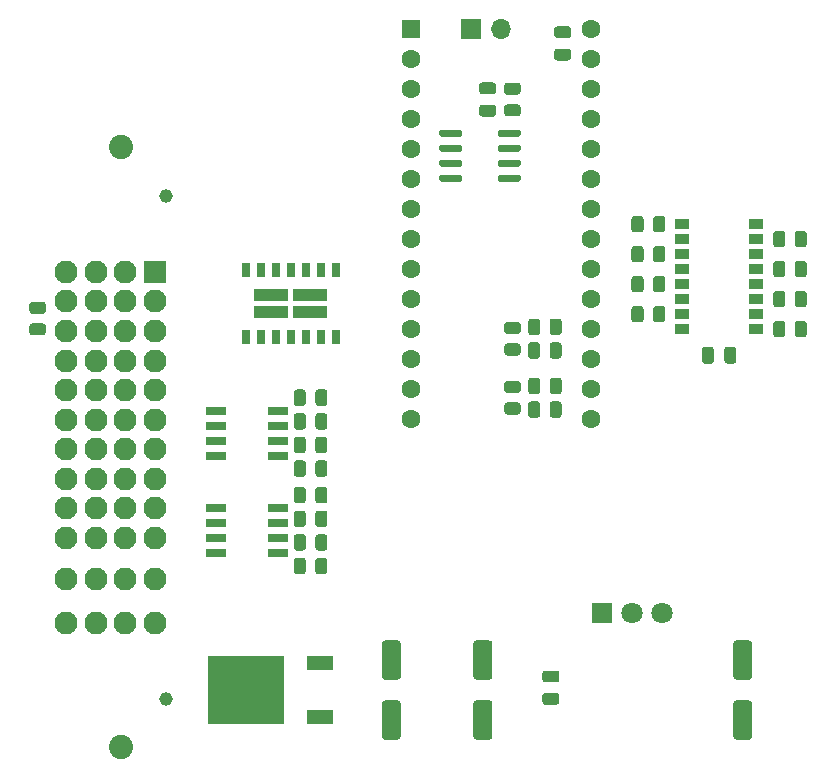
<source format=gbr>
%TF.GenerationSoftware,KiCad,Pcbnew,5.99.0+really5.1.10+dfsg1-1*%
%TF.CreationDate,2022-02-03T20:21:40+01:00*%
%TF.ProjectId,JoeMBMS_V2.0,4a6f654d-424d-4535-9f56-322e302e6b69,rev?*%
%TF.SameCoordinates,Original*%
%TF.FileFunction,Soldermask,Top*%
%TF.FilePolarity,Negative*%
%FSLAX46Y46*%
G04 Gerber Fmt 4.6, Leading zero omitted, Abs format (unit mm)*
G04 Created by KiCad (PCBNEW 5.99.0+really5.1.10+dfsg1-1) date 2022-02-03 20:21:40*
%MOMM*%
%LPD*%
G01*
G04 APERTURE LIST*
%ADD10O,1.700000X1.700000*%
%ADD11R,1.700000X1.700000*%
%ADD12R,2.900000X1.025000*%
%ADD13R,0.650000X1.310000*%
%ADD14C,2.050000*%
%ADD15C,1.150000*%
%ADD16C,1.950000*%
%ADD17R,1.950000X1.950000*%
%ADD18R,1.193800X0.812800*%
%ADD19R,1.800000X1.800000*%
%ADD20C,1.800000*%
%ADD21C,1.600000*%
%ADD22R,1.600000X1.600000*%
%ADD23R,6.400000X5.800000*%
%ADD24R,2.200000X1.200000*%
%ADD25R,1.780000X0.720000*%
G04 APERTURE END LIST*
D10*
%TO.C,REF\u002A\u002A*%
X141995000Y-54490000D03*
D11*
X139455000Y-54490000D03*
%TD*%
D12*
%TO.C,S1*%
X122600000Y-78462500D03*
D13*
X128060000Y-80595000D03*
X128060000Y-74905000D03*
X126790000Y-80595000D03*
X126790000Y-74905000D03*
X125520000Y-80595000D03*
X125520000Y-74905000D03*
X124250000Y-80595000D03*
X124250000Y-74905000D03*
X122980000Y-80595000D03*
X122980000Y-74905000D03*
X121710000Y-80595000D03*
X121710000Y-74905000D03*
X120440000Y-80595000D03*
X120440000Y-74905000D03*
D12*
X125900000Y-78462500D03*
X125900000Y-77037500D03*
X122600000Y-77037500D03*
%TD*%
D14*
%TO.C,J1*%
X109850000Y-115350000D03*
X109850000Y-64550000D03*
D15*
X113700000Y-111250000D03*
X113700000Y-68650000D03*
D16*
X105200000Y-104800000D03*
X107700000Y-104800000D03*
X110200000Y-104800000D03*
X112700000Y-104800000D03*
X105200000Y-101100000D03*
X107700000Y-101100000D03*
X110200000Y-101100000D03*
X112700000Y-101100000D03*
X105200000Y-97600000D03*
X107700000Y-97600000D03*
X110200000Y-97600000D03*
X112700000Y-97600000D03*
X105200000Y-95100000D03*
X107700000Y-95100000D03*
X110200000Y-95100000D03*
X112700000Y-95100000D03*
X105200000Y-92600000D03*
X107700000Y-92600000D03*
X110200000Y-92600000D03*
X112700000Y-92600000D03*
X105200000Y-90100000D03*
X107700000Y-90100000D03*
X110200000Y-90100000D03*
X112700000Y-90100000D03*
X105200000Y-87600000D03*
X107700000Y-87600000D03*
X110200000Y-87600000D03*
X112700000Y-87600000D03*
X105200000Y-85100000D03*
X107700000Y-85100000D03*
X110200000Y-85100000D03*
X112700000Y-85100000D03*
X105200000Y-82600000D03*
X107700000Y-82600000D03*
X110200000Y-82600000D03*
X112700000Y-82600000D03*
X105200000Y-80100000D03*
X107700000Y-80100000D03*
X110200000Y-80100000D03*
X112700000Y-80100000D03*
X105200000Y-77600000D03*
X107700000Y-77600000D03*
X110200000Y-77600000D03*
X112700000Y-77600000D03*
X105200000Y-75100000D03*
X107700000Y-75100000D03*
X110200000Y-75100000D03*
D17*
X112700000Y-75100000D03*
%TD*%
%TO.C,C1*%
G36*
G01*
X140425000Y-60950000D02*
X141375000Y-60950000D01*
G75*
G02*
X141625000Y-61200000I0J-250000D01*
G01*
X141625000Y-61700000D01*
G75*
G02*
X141375000Y-61950000I-250000J0D01*
G01*
X140425000Y-61950000D01*
G75*
G02*
X140175000Y-61700000I0J250000D01*
G01*
X140175000Y-61200000D01*
G75*
G02*
X140425000Y-60950000I250000J0D01*
G01*
G37*
G36*
G01*
X140425000Y-59050000D02*
X141375000Y-59050000D01*
G75*
G02*
X141625000Y-59300000I0J-250000D01*
G01*
X141625000Y-59800000D01*
G75*
G02*
X141375000Y-60050000I-250000J0D01*
G01*
X140425000Y-60050000D01*
G75*
G02*
X140175000Y-59800000I0J250000D01*
G01*
X140175000Y-59300000D01*
G75*
G02*
X140425000Y-59050000I250000J0D01*
G01*
G37*
%TD*%
D18*
%TO.C,U4*%
X157350001Y-79945000D03*
X157350001Y-78675000D03*
X157350001Y-77405000D03*
X157350001Y-76135000D03*
X157350001Y-74865000D03*
X157350001Y-73595000D03*
X157350001Y-72325000D03*
X157350001Y-71055000D03*
X163649999Y-71055000D03*
X163649999Y-72325000D03*
X163649999Y-73595000D03*
X163649999Y-74865000D03*
X163649999Y-76135000D03*
X163649999Y-77405000D03*
X163649999Y-78675000D03*
X163649999Y-79945000D03*
%TD*%
D19*
%TO.C,U3*%
X150600000Y-104000000D03*
D20*
X153140000Y-104000000D03*
X155680000Y-104000000D03*
%TD*%
%TO.C,U2*%
G36*
G01*
X141750000Y-63495000D02*
X141750000Y-63195000D01*
G75*
G02*
X141900000Y-63045000I150000J0D01*
G01*
X143550000Y-63045000D01*
G75*
G02*
X143700000Y-63195000I0J-150000D01*
G01*
X143700000Y-63495000D01*
G75*
G02*
X143550000Y-63645000I-150000J0D01*
G01*
X141900000Y-63645000D01*
G75*
G02*
X141750000Y-63495000I0J150000D01*
G01*
G37*
G36*
G01*
X141750000Y-64765000D02*
X141750000Y-64465000D01*
G75*
G02*
X141900000Y-64315000I150000J0D01*
G01*
X143550000Y-64315000D01*
G75*
G02*
X143700000Y-64465000I0J-150000D01*
G01*
X143700000Y-64765000D01*
G75*
G02*
X143550000Y-64915000I-150000J0D01*
G01*
X141900000Y-64915000D01*
G75*
G02*
X141750000Y-64765000I0J150000D01*
G01*
G37*
G36*
G01*
X141750000Y-66035000D02*
X141750000Y-65735000D01*
G75*
G02*
X141900000Y-65585000I150000J0D01*
G01*
X143550000Y-65585000D01*
G75*
G02*
X143700000Y-65735000I0J-150000D01*
G01*
X143700000Y-66035000D01*
G75*
G02*
X143550000Y-66185000I-150000J0D01*
G01*
X141900000Y-66185000D01*
G75*
G02*
X141750000Y-66035000I0J150000D01*
G01*
G37*
G36*
G01*
X141750000Y-67305000D02*
X141750000Y-67005000D01*
G75*
G02*
X141900000Y-66855000I150000J0D01*
G01*
X143550000Y-66855000D01*
G75*
G02*
X143700000Y-67005000I0J-150000D01*
G01*
X143700000Y-67305000D01*
G75*
G02*
X143550000Y-67455000I-150000J0D01*
G01*
X141900000Y-67455000D01*
G75*
G02*
X141750000Y-67305000I0J150000D01*
G01*
G37*
G36*
G01*
X136800000Y-67305000D02*
X136800000Y-67005000D01*
G75*
G02*
X136950000Y-66855000I150000J0D01*
G01*
X138600000Y-66855000D01*
G75*
G02*
X138750000Y-67005000I0J-150000D01*
G01*
X138750000Y-67305000D01*
G75*
G02*
X138600000Y-67455000I-150000J0D01*
G01*
X136950000Y-67455000D01*
G75*
G02*
X136800000Y-67305000I0J150000D01*
G01*
G37*
G36*
G01*
X136800000Y-66035000D02*
X136800000Y-65735000D01*
G75*
G02*
X136950000Y-65585000I150000J0D01*
G01*
X138600000Y-65585000D01*
G75*
G02*
X138750000Y-65735000I0J-150000D01*
G01*
X138750000Y-66035000D01*
G75*
G02*
X138600000Y-66185000I-150000J0D01*
G01*
X136950000Y-66185000D01*
G75*
G02*
X136800000Y-66035000I0J150000D01*
G01*
G37*
G36*
G01*
X136800000Y-64765000D02*
X136800000Y-64465000D01*
G75*
G02*
X136950000Y-64315000I150000J0D01*
G01*
X138600000Y-64315000D01*
G75*
G02*
X138750000Y-64465000I0J-150000D01*
G01*
X138750000Y-64765000D01*
G75*
G02*
X138600000Y-64915000I-150000J0D01*
G01*
X136950000Y-64915000D01*
G75*
G02*
X136800000Y-64765000I0J150000D01*
G01*
G37*
G36*
G01*
X136800000Y-63495000D02*
X136800000Y-63195000D01*
G75*
G02*
X136950000Y-63045000I150000J0D01*
G01*
X138600000Y-63045000D01*
G75*
G02*
X138750000Y-63195000I0J-150000D01*
G01*
X138750000Y-63495000D01*
G75*
G02*
X138600000Y-63645000I-150000J0D01*
G01*
X136950000Y-63645000D01*
G75*
G02*
X136800000Y-63495000I0J150000D01*
G01*
G37*
%TD*%
D21*
%TO.C,U1*%
X149620000Y-87510000D03*
X134380000Y-87510000D03*
X149620000Y-84970000D03*
X149620000Y-82430000D03*
X149620000Y-79890000D03*
X149620000Y-77350000D03*
X149620000Y-74810000D03*
X149620000Y-72270000D03*
X149620000Y-69730000D03*
X149620000Y-67190000D03*
X149620000Y-64650000D03*
X149620000Y-62110000D03*
X149620000Y-59570000D03*
X149620000Y-57030000D03*
X149620000Y-54490000D03*
X134380000Y-84970000D03*
X134380000Y-82430000D03*
X134380000Y-79890000D03*
X134380000Y-77350000D03*
X134380000Y-74810000D03*
X134380000Y-72270000D03*
X134380000Y-69730000D03*
X134380000Y-67190000D03*
X134380000Y-64650000D03*
X134380000Y-62110000D03*
X134380000Y-59570000D03*
X134380000Y-57030000D03*
D22*
X134380000Y-54490000D03*
%TD*%
%TO.C,R24*%
G36*
G01*
X103250002Y-78650000D02*
X102349998Y-78650000D01*
G75*
G02*
X102100000Y-78400002I0J249998D01*
G01*
X102100000Y-77874998D01*
G75*
G02*
X102349998Y-77625000I249998J0D01*
G01*
X103250002Y-77625000D01*
G75*
G02*
X103500000Y-77874998I0J-249998D01*
G01*
X103500000Y-78400002D01*
G75*
G02*
X103250002Y-78650000I-249998J0D01*
G01*
G37*
G36*
G01*
X103250002Y-80475000D02*
X102349998Y-80475000D01*
G75*
G02*
X102100000Y-80225002I0J249998D01*
G01*
X102100000Y-79699998D01*
G75*
G02*
X102349998Y-79450000I249998J0D01*
G01*
X103250002Y-79450000D01*
G75*
G02*
X103500000Y-79699998I0J-249998D01*
G01*
X103500000Y-80225002D01*
G75*
G02*
X103250002Y-80475000I-249998J0D01*
G01*
G37*
%TD*%
%TO.C,R23*%
G36*
G01*
X142549998Y-81150000D02*
X143450002Y-81150000D01*
G75*
G02*
X143700000Y-81399998I0J-249998D01*
G01*
X143700000Y-81925002D01*
G75*
G02*
X143450002Y-82175000I-249998J0D01*
G01*
X142549998Y-82175000D01*
G75*
G02*
X142300000Y-81925002I0J249998D01*
G01*
X142300000Y-81399998D01*
G75*
G02*
X142549998Y-81150000I249998J0D01*
G01*
G37*
G36*
G01*
X142549998Y-79325000D02*
X143450002Y-79325000D01*
G75*
G02*
X143700000Y-79574998I0J-249998D01*
G01*
X143700000Y-80100002D01*
G75*
G02*
X143450002Y-80350000I-249998J0D01*
G01*
X142549998Y-80350000D01*
G75*
G02*
X142300000Y-80100002I0J249998D01*
G01*
X142300000Y-79574998D01*
G75*
G02*
X142549998Y-79325000I249998J0D01*
G01*
G37*
%TD*%
%TO.C,R22*%
G36*
G01*
X146150000Y-82200002D02*
X146150000Y-81299998D01*
G75*
G02*
X146399998Y-81050000I249998J0D01*
G01*
X146925002Y-81050000D01*
G75*
G02*
X147175000Y-81299998I0J-249998D01*
G01*
X147175000Y-82200002D01*
G75*
G02*
X146925002Y-82450000I-249998J0D01*
G01*
X146399998Y-82450000D01*
G75*
G02*
X146150000Y-82200002I0J249998D01*
G01*
G37*
G36*
G01*
X144325000Y-82200002D02*
X144325000Y-81299998D01*
G75*
G02*
X144574998Y-81050000I249998J0D01*
G01*
X145100002Y-81050000D01*
G75*
G02*
X145350000Y-81299998I0J-249998D01*
G01*
X145350000Y-82200002D01*
G75*
G02*
X145100002Y-82450000I-249998J0D01*
G01*
X144574998Y-82450000D01*
G75*
G02*
X144325000Y-82200002I0J249998D01*
G01*
G37*
%TD*%
%TO.C,R21*%
G36*
G01*
X145350000Y-79299998D02*
X145350000Y-80200002D01*
G75*
G02*
X145100002Y-80450000I-249998J0D01*
G01*
X144574998Y-80450000D01*
G75*
G02*
X144325000Y-80200002I0J249998D01*
G01*
X144325000Y-79299998D01*
G75*
G02*
X144574998Y-79050000I249998J0D01*
G01*
X145100002Y-79050000D01*
G75*
G02*
X145350000Y-79299998I0J-249998D01*
G01*
G37*
G36*
G01*
X147175000Y-79299998D02*
X147175000Y-80200002D01*
G75*
G02*
X146925002Y-80450000I-249998J0D01*
G01*
X146399998Y-80450000D01*
G75*
G02*
X146150000Y-80200002I0J249998D01*
G01*
X146150000Y-79299998D01*
G75*
G02*
X146399998Y-79050000I249998J0D01*
G01*
X146925002Y-79050000D01*
G75*
G02*
X147175000Y-79299998I0J-249998D01*
G01*
G37*
%TD*%
%TO.C,R20*%
G36*
G01*
X143450002Y-85350000D02*
X142549998Y-85350000D01*
G75*
G02*
X142300000Y-85100002I0J249998D01*
G01*
X142300000Y-84574998D01*
G75*
G02*
X142549998Y-84325000I249998J0D01*
G01*
X143450002Y-84325000D01*
G75*
G02*
X143700000Y-84574998I0J-249998D01*
G01*
X143700000Y-85100002D01*
G75*
G02*
X143450002Y-85350000I-249998J0D01*
G01*
G37*
G36*
G01*
X143450002Y-87175000D02*
X142549998Y-87175000D01*
G75*
G02*
X142300000Y-86925002I0J249998D01*
G01*
X142300000Y-86399998D01*
G75*
G02*
X142549998Y-86150000I249998J0D01*
G01*
X143450002Y-86150000D01*
G75*
G02*
X143700000Y-86399998I0J-249998D01*
G01*
X143700000Y-86925002D01*
G75*
G02*
X143450002Y-87175000I-249998J0D01*
G01*
G37*
%TD*%
%TO.C,R19*%
G36*
G01*
X146150000Y-85200002D02*
X146150000Y-84299998D01*
G75*
G02*
X146399998Y-84050000I249998J0D01*
G01*
X146925002Y-84050000D01*
G75*
G02*
X147175000Y-84299998I0J-249998D01*
G01*
X147175000Y-85200002D01*
G75*
G02*
X146925002Y-85450000I-249998J0D01*
G01*
X146399998Y-85450000D01*
G75*
G02*
X146150000Y-85200002I0J249998D01*
G01*
G37*
G36*
G01*
X144325000Y-85200002D02*
X144325000Y-84299998D01*
G75*
G02*
X144574998Y-84050000I249998J0D01*
G01*
X145100002Y-84050000D01*
G75*
G02*
X145350000Y-84299998I0J-249998D01*
G01*
X145350000Y-85200002D01*
G75*
G02*
X145100002Y-85450000I-249998J0D01*
G01*
X144574998Y-85450000D01*
G75*
G02*
X144325000Y-85200002I0J249998D01*
G01*
G37*
%TD*%
%TO.C,R18*%
G36*
G01*
X145350000Y-86299998D02*
X145350000Y-87200002D01*
G75*
G02*
X145100002Y-87450000I-249998J0D01*
G01*
X144574998Y-87450000D01*
G75*
G02*
X144325000Y-87200002I0J249998D01*
G01*
X144325000Y-86299998D01*
G75*
G02*
X144574998Y-86050000I249998J0D01*
G01*
X145100002Y-86050000D01*
G75*
G02*
X145350000Y-86299998I0J-249998D01*
G01*
G37*
G36*
G01*
X147175000Y-86299998D02*
X147175000Y-87200002D01*
G75*
G02*
X146925002Y-87450000I-249998J0D01*
G01*
X146399998Y-87450000D01*
G75*
G02*
X146150000Y-87200002I0J249998D01*
G01*
X146150000Y-86299998D01*
G75*
G02*
X146399998Y-86050000I249998J0D01*
G01*
X146925002Y-86050000D01*
G75*
G02*
X147175000Y-86299998I0J-249998D01*
G01*
G37*
%TD*%
%TO.C,R17*%
G36*
G01*
X125512500Y-85299998D02*
X125512500Y-86200002D01*
G75*
G02*
X125262502Y-86450000I-249998J0D01*
G01*
X124737498Y-86450000D01*
G75*
G02*
X124487500Y-86200002I0J249998D01*
G01*
X124487500Y-85299998D01*
G75*
G02*
X124737498Y-85050000I249998J0D01*
G01*
X125262502Y-85050000D01*
G75*
G02*
X125512500Y-85299998I0J-249998D01*
G01*
G37*
G36*
G01*
X127337500Y-85299998D02*
X127337500Y-86200002D01*
G75*
G02*
X127087502Y-86450000I-249998J0D01*
G01*
X126562498Y-86450000D01*
G75*
G02*
X126312500Y-86200002I0J249998D01*
G01*
X126312500Y-85299998D01*
G75*
G02*
X126562498Y-85050000I249998J0D01*
G01*
X127087502Y-85050000D01*
G75*
G02*
X127337500Y-85299998I0J-249998D01*
G01*
G37*
%TD*%
%TO.C,R16*%
G36*
G01*
X125512500Y-87299998D02*
X125512500Y-88200002D01*
G75*
G02*
X125262502Y-88450000I-249998J0D01*
G01*
X124737498Y-88450000D01*
G75*
G02*
X124487500Y-88200002I0J249998D01*
G01*
X124487500Y-87299998D01*
G75*
G02*
X124737498Y-87050000I249998J0D01*
G01*
X125262502Y-87050000D01*
G75*
G02*
X125512500Y-87299998I0J-249998D01*
G01*
G37*
G36*
G01*
X127337500Y-87299998D02*
X127337500Y-88200002D01*
G75*
G02*
X127087502Y-88450000I-249998J0D01*
G01*
X126562498Y-88450000D01*
G75*
G02*
X126312500Y-88200002I0J249998D01*
G01*
X126312500Y-87299998D01*
G75*
G02*
X126562498Y-87050000I249998J0D01*
G01*
X127087502Y-87050000D01*
G75*
G02*
X127337500Y-87299998I0J-249998D01*
G01*
G37*
%TD*%
%TO.C,R15*%
G36*
G01*
X125512500Y-89299998D02*
X125512500Y-90200002D01*
G75*
G02*
X125262502Y-90450000I-249998J0D01*
G01*
X124737498Y-90450000D01*
G75*
G02*
X124487500Y-90200002I0J249998D01*
G01*
X124487500Y-89299998D01*
G75*
G02*
X124737498Y-89050000I249998J0D01*
G01*
X125262502Y-89050000D01*
G75*
G02*
X125512500Y-89299998I0J-249998D01*
G01*
G37*
G36*
G01*
X127337500Y-89299998D02*
X127337500Y-90200002D01*
G75*
G02*
X127087502Y-90450000I-249998J0D01*
G01*
X126562498Y-90450000D01*
G75*
G02*
X126312500Y-90200002I0J249998D01*
G01*
X126312500Y-89299998D01*
G75*
G02*
X126562498Y-89050000I249998J0D01*
G01*
X127087502Y-89050000D01*
G75*
G02*
X127337500Y-89299998I0J-249998D01*
G01*
G37*
%TD*%
%TO.C,R14*%
G36*
G01*
X125512500Y-91299998D02*
X125512500Y-92200002D01*
G75*
G02*
X125262502Y-92450000I-249998J0D01*
G01*
X124737498Y-92450000D01*
G75*
G02*
X124487500Y-92200002I0J249998D01*
G01*
X124487500Y-91299998D01*
G75*
G02*
X124737498Y-91050000I249998J0D01*
G01*
X125262502Y-91050000D01*
G75*
G02*
X125512500Y-91299998I0J-249998D01*
G01*
G37*
G36*
G01*
X127337500Y-91299998D02*
X127337500Y-92200002D01*
G75*
G02*
X127087502Y-92450000I-249998J0D01*
G01*
X126562498Y-92450000D01*
G75*
G02*
X126312500Y-92200002I0J249998D01*
G01*
X126312500Y-91299998D01*
G75*
G02*
X126562498Y-91050000I249998J0D01*
G01*
X127087502Y-91050000D01*
G75*
G02*
X127337500Y-91299998I0J-249998D01*
G01*
G37*
%TD*%
%TO.C,R13*%
G36*
G01*
X125512500Y-93549998D02*
X125512500Y-94450002D01*
G75*
G02*
X125262502Y-94700000I-249998J0D01*
G01*
X124737498Y-94700000D01*
G75*
G02*
X124487500Y-94450002I0J249998D01*
G01*
X124487500Y-93549998D01*
G75*
G02*
X124737498Y-93300000I249998J0D01*
G01*
X125262502Y-93300000D01*
G75*
G02*
X125512500Y-93549998I0J-249998D01*
G01*
G37*
G36*
G01*
X127337500Y-93549998D02*
X127337500Y-94450002D01*
G75*
G02*
X127087502Y-94700000I-249998J0D01*
G01*
X126562498Y-94700000D01*
G75*
G02*
X126312500Y-94450002I0J249998D01*
G01*
X126312500Y-93549998D01*
G75*
G02*
X126562498Y-93300000I249998J0D01*
G01*
X127087502Y-93300000D01*
G75*
G02*
X127337500Y-93549998I0J-249998D01*
G01*
G37*
%TD*%
%TO.C,R12*%
G36*
G01*
X125512500Y-95549998D02*
X125512500Y-96450002D01*
G75*
G02*
X125262502Y-96700000I-249998J0D01*
G01*
X124737498Y-96700000D01*
G75*
G02*
X124487500Y-96450002I0J249998D01*
G01*
X124487500Y-95549998D01*
G75*
G02*
X124737498Y-95300000I249998J0D01*
G01*
X125262502Y-95300000D01*
G75*
G02*
X125512500Y-95549998I0J-249998D01*
G01*
G37*
G36*
G01*
X127337500Y-95549998D02*
X127337500Y-96450002D01*
G75*
G02*
X127087502Y-96700000I-249998J0D01*
G01*
X126562498Y-96700000D01*
G75*
G02*
X126312500Y-96450002I0J249998D01*
G01*
X126312500Y-95549998D01*
G75*
G02*
X126562498Y-95300000I249998J0D01*
G01*
X127087502Y-95300000D01*
G75*
G02*
X127337500Y-95549998I0J-249998D01*
G01*
G37*
%TD*%
%TO.C,R11*%
G36*
G01*
X125512500Y-97549998D02*
X125512500Y-98450002D01*
G75*
G02*
X125262502Y-98700000I-249998J0D01*
G01*
X124737498Y-98700000D01*
G75*
G02*
X124487500Y-98450002I0J249998D01*
G01*
X124487500Y-97549998D01*
G75*
G02*
X124737498Y-97300000I249998J0D01*
G01*
X125262502Y-97300000D01*
G75*
G02*
X125512500Y-97549998I0J-249998D01*
G01*
G37*
G36*
G01*
X127337500Y-97549998D02*
X127337500Y-98450002D01*
G75*
G02*
X127087502Y-98700000I-249998J0D01*
G01*
X126562498Y-98700000D01*
G75*
G02*
X126312500Y-98450002I0J249998D01*
G01*
X126312500Y-97549998D01*
G75*
G02*
X126562498Y-97300000I249998J0D01*
G01*
X127087502Y-97300000D01*
G75*
G02*
X127337500Y-97549998I0J-249998D01*
G01*
G37*
%TD*%
%TO.C,R10*%
G36*
G01*
X125512500Y-99549998D02*
X125512500Y-100450002D01*
G75*
G02*
X125262502Y-100700000I-249998J0D01*
G01*
X124737498Y-100700000D01*
G75*
G02*
X124487500Y-100450002I0J249998D01*
G01*
X124487500Y-99549998D01*
G75*
G02*
X124737498Y-99300000I249998J0D01*
G01*
X125262502Y-99300000D01*
G75*
G02*
X125512500Y-99549998I0J-249998D01*
G01*
G37*
G36*
G01*
X127337500Y-99549998D02*
X127337500Y-100450002D01*
G75*
G02*
X127087502Y-100700000I-249998J0D01*
G01*
X126562498Y-100700000D01*
G75*
G02*
X126312500Y-100450002I0J249998D01*
G01*
X126312500Y-99549998D01*
G75*
G02*
X126562498Y-99300000I249998J0D01*
G01*
X127087502Y-99300000D01*
G75*
G02*
X127337500Y-99549998I0J-249998D01*
G01*
G37*
%TD*%
%TO.C,R9*%
G36*
G01*
X154100000Y-70604998D02*
X154100000Y-71505002D01*
G75*
G02*
X153850002Y-71755000I-249998J0D01*
G01*
X153324998Y-71755000D01*
G75*
G02*
X153075000Y-71505002I0J249998D01*
G01*
X153075000Y-70604998D01*
G75*
G02*
X153324998Y-70355000I249998J0D01*
G01*
X153850002Y-70355000D01*
G75*
G02*
X154100000Y-70604998I0J-249998D01*
G01*
G37*
G36*
G01*
X155925000Y-70604998D02*
X155925000Y-71505002D01*
G75*
G02*
X155675002Y-71755000I-249998J0D01*
G01*
X155149998Y-71755000D01*
G75*
G02*
X154900000Y-71505002I0J249998D01*
G01*
X154900000Y-70604998D01*
G75*
G02*
X155149998Y-70355000I249998J0D01*
G01*
X155675002Y-70355000D01*
G75*
G02*
X155925000Y-70604998I0J-249998D01*
G01*
G37*
%TD*%
%TO.C,R8*%
G36*
G01*
X154100000Y-73144998D02*
X154100000Y-74045002D01*
G75*
G02*
X153850002Y-74295000I-249998J0D01*
G01*
X153324998Y-74295000D01*
G75*
G02*
X153075000Y-74045002I0J249998D01*
G01*
X153075000Y-73144998D01*
G75*
G02*
X153324998Y-72895000I249998J0D01*
G01*
X153850002Y-72895000D01*
G75*
G02*
X154100000Y-73144998I0J-249998D01*
G01*
G37*
G36*
G01*
X155925000Y-73144998D02*
X155925000Y-74045002D01*
G75*
G02*
X155675002Y-74295000I-249998J0D01*
G01*
X155149998Y-74295000D01*
G75*
G02*
X154900000Y-74045002I0J249998D01*
G01*
X154900000Y-73144998D01*
G75*
G02*
X155149998Y-72895000I249998J0D01*
G01*
X155675002Y-72895000D01*
G75*
G02*
X155925000Y-73144998I0J-249998D01*
G01*
G37*
%TD*%
%TO.C,R7*%
G36*
G01*
X154100000Y-75684998D02*
X154100000Y-76585002D01*
G75*
G02*
X153850002Y-76835000I-249998J0D01*
G01*
X153324998Y-76835000D01*
G75*
G02*
X153075000Y-76585002I0J249998D01*
G01*
X153075000Y-75684998D01*
G75*
G02*
X153324998Y-75435000I249998J0D01*
G01*
X153850002Y-75435000D01*
G75*
G02*
X154100000Y-75684998I0J-249998D01*
G01*
G37*
G36*
G01*
X155925000Y-75684998D02*
X155925000Y-76585002D01*
G75*
G02*
X155675002Y-76835000I-249998J0D01*
G01*
X155149998Y-76835000D01*
G75*
G02*
X154900000Y-76585002I0J249998D01*
G01*
X154900000Y-75684998D01*
G75*
G02*
X155149998Y-75435000I249998J0D01*
G01*
X155675002Y-75435000D01*
G75*
G02*
X155925000Y-75684998I0J-249998D01*
G01*
G37*
%TD*%
%TO.C,R6*%
G36*
G01*
X154100000Y-78224998D02*
X154100000Y-79125002D01*
G75*
G02*
X153850002Y-79375000I-249998J0D01*
G01*
X153324998Y-79375000D01*
G75*
G02*
X153075000Y-79125002I0J249998D01*
G01*
X153075000Y-78224998D01*
G75*
G02*
X153324998Y-77975000I249998J0D01*
G01*
X153850002Y-77975000D01*
G75*
G02*
X154100000Y-78224998I0J-249998D01*
G01*
G37*
G36*
G01*
X155925000Y-78224998D02*
X155925000Y-79125002D01*
G75*
G02*
X155675002Y-79375000I-249998J0D01*
G01*
X155149998Y-79375000D01*
G75*
G02*
X154900000Y-79125002I0J249998D01*
G01*
X154900000Y-78224998D01*
G75*
G02*
X155149998Y-77975000I249998J0D01*
G01*
X155675002Y-77975000D01*
G75*
G02*
X155925000Y-78224998I0J-249998D01*
G01*
G37*
%TD*%
%TO.C,R5*%
G36*
G01*
X166100000Y-71874998D02*
X166100000Y-72775002D01*
G75*
G02*
X165850002Y-73025000I-249998J0D01*
G01*
X165324998Y-73025000D01*
G75*
G02*
X165075000Y-72775002I0J249998D01*
G01*
X165075000Y-71874998D01*
G75*
G02*
X165324998Y-71625000I249998J0D01*
G01*
X165850002Y-71625000D01*
G75*
G02*
X166100000Y-71874998I0J-249998D01*
G01*
G37*
G36*
G01*
X167925000Y-71874998D02*
X167925000Y-72775002D01*
G75*
G02*
X167675002Y-73025000I-249998J0D01*
G01*
X167149998Y-73025000D01*
G75*
G02*
X166900000Y-72775002I0J249998D01*
G01*
X166900000Y-71874998D01*
G75*
G02*
X167149998Y-71625000I249998J0D01*
G01*
X167675002Y-71625000D01*
G75*
G02*
X167925000Y-71874998I0J-249998D01*
G01*
G37*
%TD*%
%TO.C,R4*%
G36*
G01*
X166100000Y-74414998D02*
X166100000Y-75315002D01*
G75*
G02*
X165850002Y-75565000I-249998J0D01*
G01*
X165324998Y-75565000D01*
G75*
G02*
X165075000Y-75315002I0J249998D01*
G01*
X165075000Y-74414998D01*
G75*
G02*
X165324998Y-74165000I249998J0D01*
G01*
X165850002Y-74165000D01*
G75*
G02*
X166100000Y-74414998I0J-249998D01*
G01*
G37*
G36*
G01*
X167925000Y-74414998D02*
X167925000Y-75315002D01*
G75*
G02*
X167675002Y-75565000I-249998J0D01*
G01*
X167149998Y-75565000D01*
G75*
G02*
X166900000Y-75315002I0J249998D01*
G01*
X166900000Y-74414998D01*
G75*
G02*
X167149998Y-74165000I249998J0D01*
G01*
X167675002Y-74165000D01*
G75*
G02*
X167925000Y-74414998I0J-249998D01*
G01*
G37*
%TD*%
%TO.C,R3*%
G36*
G01*
X166100000Y-76954998D02*
X166100000Y-77855002D01*
G75*
G02*
X165850002Y-78105000I-249998J0D01*
G01*
X165324998Y-78105000D01*
G75*
G02*
X165075000Y-77855002I0J249998D01*
G01*
X165075000Y-76954998D01*
G75*
G02*
X165324998Y-76705000I249998J0D01*
G01*
X165850002Y-76705000D01*
G75*
G02*
X166100000Y-76954998I0J-249998D01*
G01*
G37*
G36*
G01*
X167925000Y-76954998D02*
X167925000Y-77855002D01*
G75*
G02*
X167675002Y-78105000I-249998J0D01*
G01*
X167149998Y-78105000D01*
G75*
G02*
X166900000Y-77855002I0J249998D01*
G01*
X166900000Y-76954998D01*
G75*
G02*
X167149998Y-76705000I249998J0D01*
G01*
X167675002Y-76705000D01*
G75*
G02*
X167925000Y-76954998I0J-249998D01*
G01*
G37*
%TD*%
%TO.C,R2*%
G36*
G01*
X166100000Y-79494998D02*
X166100000Y-80395002D01*
G75*
G02*
X165850002Y-80645000I-249998J0D01*
G01*
X165324998Y-80645000D01*
G75*
G02*
X165075000Y-80395002I0J249998D01*
G01*
X165075000Y-79494998D01*
G75*
G02*
X165324998Y-79245000I249998J0D01*
G01*
X165850002Y-79245000D01*
G75*
G02*
X166100000Y-79494998I0J-249998D01*
G01*
G37*
G36*
G01*
X167925000Y-79494998D02*
X167925000Y-80395002D01*
G75*
G02*
X167675002Y-80645000I-249998J0D01*
G01*
X167149998Y-80645000D01*
G75*
G02*
X166900000Y-80395002I0J249998D01*
G01*
X166900000Y-79494998D01*
G75*
G02*
X167149998Y-79245000I249998J0D01*
G01*
X167675002Y-79245000D01*
G75*
G02*
X167925000Y-79494998I0J-249998D01*
G01*
G37*
%TD*%
%TO.C,R1*%
G36*
G01*
X142549998Y-60900000D02*
X143450002Y-60900000D01*
G75*
G02*
X143700000Y-61149998I0J-249998D01*
G01*
X143700000Y-61675002D01*
G75*
G02*
X143450002Y-61925000I-249998J0D01*
G01*
X142549998Y-61925000D01*
G75*
G02*
X142300000Y-61675002I0J249998D01*
G01*
X142300000Y-61149998D01*
G75*
G02*
X142549998Y-60900000I249998J0D01*
G01*
G37*
G36*
G01*
X142549998Y-59075000D02*
X143450002Y-59075000D01*
G75*
G02*
X143700000Y-59324998I0J-249998D01*
G01*
X143700000Y-59850002D01*
G75*
G02*
X143450002Y-60100000I-249998J0D01*
G01*
X142549998Y-60100000D01*
G75*
G02*
X142300000Y-59850002I0J249998D01*
G01*
X142300000Y-59324998D01*
G75*
G02*
X142549998Y-59075000I249998J0D01*
G01*
G37*
%TD*%
D23*
%TO.C,Q3*%
X120400000Y-110500000D03*
D24*
X126700000Y-108220000D03*
X126700000Y-112780000D03*
%TD*%
D25*
%TO.C,Q1*%
X117890000Y-90655000D03*
X117890000Y-89385000D03*
X117890000Y-88115000D03*
X117890000Y-86845000D03*
X123110000Y-86845000D03*
X123110000Y-89385000D03*
X123110000Y-88115000D03*
X123110000Y-90655000D03*
%TD*%
%TO.C,Q2*%
X117890000Y-98905000D03*
X117890000Y-97635000D03*
X117890000Y-96365000D03*
X117890000Y-95095000D03*
X123110000Y-95095000D03*
X123110000Y-97635000D03*
X123110000Y-96365000D03*
X123110000Y-98905000D03*
%TD*%
%TO.C,C8*%
G36*
G01*
X139950000Y-111375000D02*
X141050000Y-111375000D01*
G75*
G02*
X141300000Y-111625000I0J-250000D01*
G01*
X141300000Y-114450000D01*
G75*
G02*
X141050000Y-114700000I-250000J0D01*
G01*
X139950000Y-114700000D01*
G75*
G02*
X139700000Y-114450000I0J250000D01*
G01*
X139700000Y-111625000D01*
G75*
G02*
X139950000Y-111375000I250000J0D01*
G01*
G37*
G36*
G01*
X139950000Y-106300000D02*
X141050000Y-106300000D01*
G75*
G02*
X141300000Y-106550000I0J-250000D01*
G01*
X141300000Y-109375000D01*
G75*
G02*
X141050000Y-109625000I-250000J0D01*
G01*
X139950000Y-109625000D01*
G75*
G02*
X139700000Y-109375000I0J250000D01*
G01*
X139700000Y-106550000D01*
G75*
G02*
X139950000Y-106300000I250000J0D01*
G01*
G37*
%TD*%
%TO.C,C7*%
G36*
G01*
X161950000Y-111375000D02*
X163050000Y-111375000D01*
G75*
G02*
X163300000Y-111625000I0J-250000D01*
G01*
X163300000Y-114450000D01*
G75*
G02*
X163050000Y-114700000I-250000J0D01*
G01*
X161950000Y-114700000D01*
G75*
G02*
X161700000Y-114450000I0J250000D01*
G01*
X161700000Y-111625000D01*
G75*
G02*
X161950000Y-111375000I250000J0D01*
G01*
G37*
G36*
G01*
X161950000Y-106300000D02*
X163050000Y-106300000D01*
G75*
G02*
X163300000Y-106550000I0J-250000D01*
G01*
X163300000Y-109375000D01*
G75*
G02*
X163050000Y-109625000I-250000J0D01*
G01*
X161950000Y-109625000D01*
G75*
G02*
X161700000Y-109375000I0J250000D01*
G01*
X161700000Y-106550000D01*
G75*
G02*
X161950000Y-106300000I250000J0D01*
G01*
G37*
%TD*%
%TO.C,C6*%
G36*
G01*
X146725000Y-109850000D02*
X145775000Y-109850000D01*
G75*
G02*
X145525000Y-109600000I0J250000D01*
G01*
X145525000Y-109100000D01*
G75*
G02*
X145775000Y-108850000I250000J0D01*
G01*
X146725000Y-108850000D01*
G75*
G02*
X146975000Y-109100000I0J-250000D01*
G01*
X146975000Y-109600000D01*
G75*
G02*
X146725000Y-109850000I-250000J0D01*
G01*
G37*
G36*
G01*
X146725000Y-111750000D02*
X145775000Y-111750000D01*
G75*
G02*
X145525000Y-111500000I0J250000D01*
G01*
X145525000Y-111000000D01*
G75*
G02*
X145775000Y-110750000I250000J0D01*
G01*
X146725000Y-110750000D01*
G75*
G02*
X146975000Y-111000000I0J-250000D01*
G01*
X146975000Y-111500000D01*
G75*
G02*
X146725000Y-111750000I-250000J0D01*
G01*
G37*
%TD*%
%TO.C,C5*%
G36*
G01*
X132200000Y-111375000D02*
X133300000Y-111375000D01*
G75*
G02*
X133550000Y-111625000I0J-250000D01*
G01*
X133550000Y-114450000D01*
G75*
G02*
X133300000Y-114700000I-250000J0D01*
G01*
X132200000Y-114700000D01*
G75*
G02*
X131950000Y-114450000I0J250000D01*
G01*
X131950000Y-111625000D01*
G75*
G02*
X132200000Y-111375000I250000J0D01*
G01*
G37*
G36*
G01*
X132200000Y-106300000D02*
X133300000Y-106300000D01*
G75*
G02*
X133550000Y-106550000I0J-250000D01*
G01*
X133550000Y-109375000D01*
G75*
G02*
X133300000Y-109625000I-250000J0D01*
G01*
X132200000Y-109625000D01*
G75*
G02*
X131950000Y-109375000I0J250000D01*
G01*
X131950000Y-106550000D01*
G75*
G02*
X132200000Y-106300000I250000J0D01*
G01*
G37*
%TD*%
%TO.C,C3*%
G36*
G01*
X160050000Y-81675000D02*
X160050000Y-82625000D01*
G75*
G02*
X159800000Y-82875000I-250000J0D01*
G01*
X159300000Y-82875000D01*
G75*
G02*
X159050000Y-82625000I0J250000D01*
G01*
X159050000Y-81675000D01*
G75*
G02*
X159300000Y-81425000I250000J0D01*
G01*
X159800000Y-81425000D01*
G75*
G02*
X160050000Y-81675000I0J-250000D01*
G01*
G37*
G36*
G01*
X161950000Y-81675000D02*
X161950000Y-82625000D01*
G75*
G02*
X161700000Y-82875000I-250000J0D01*
G01*
X161200000Y-82875000D01*
G75*
G02*
X160950000Y-82625000I0J250000D01*
G01*
X160950000Y-81675000D01*
G75*
G02*
X161200000Y-81425000I250000J0D01*
G01*
X161700000Y-81425000D01*
G75*
G02*
X161950000Y-81675000I0J-250000D01*
G01*
G37*
%TD*%
%TO.C,C2*%
G36*
G01*
X147725000Y-55300000D02*
X146775000Y-55300000D01*
G75*
G02*
X146525000Y-55050000I0J250000D01*
G01*
X146525000Y-54550000D01*
G75*
G02*
X146775000Y-54300000I250000J0D01*
G01*
X147725000Y-54300000D01*
G75*
G02*
X147975000Y-54550000I0J-250000D01*
G01*
X147975000Y-55050000D01*
G75*
G02*
X147725000Y-55300000I-250000J0D01*
G01*
G37*
G36*
G01*
X147725000Y-57200000D02*
X146775000Y-57200000D01*
G75*
G02*
X146525000Y-56950000I0J250000D01*
G01*
X146525000Y-56450000D01*
G75*
G02*
X146775000Y-56200000I250000J0D01*
G01*
X147725000Y-56200000D01*
G75*
G02*
X147975000Y-56450000I0J-250000D01*
G01*
X147975000Y-56950000D01*
G75*
G02*
X147725000Y-57200000I-250000J0D01*
G01*
G37*
%TD*%
M02*

</source>
